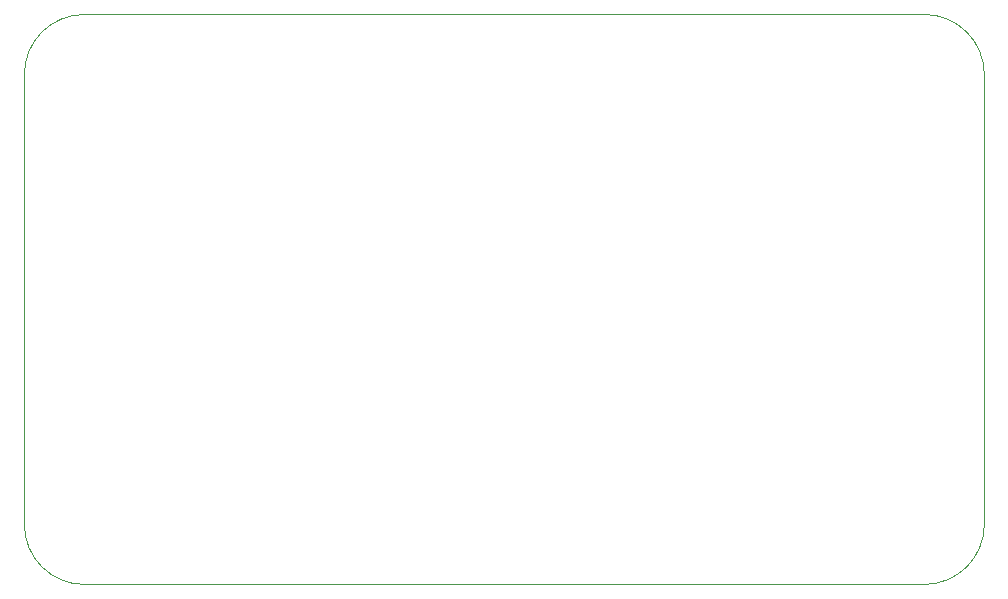
<source format=gbr>
%TF.GenerationSoftware,KiCad,Pcbnew,(5.1.9)-1*%
%TF.CreationDate,2021-03-09T18:28:40-05:00*%
%TF.ProjectId,NJR_New_DemodWithMixer,4e4a525f-4e65-4775-9f44-656d6f645769,rev?*%
%TF.SameCoordinates,Original*%
%TF.FileFunction,Profile,NP*%
%FSLAX46Y46*%
G04 Gerber Fmt 4.6, Leading zero omitted, Abs format (unit mm)*
G04 Created by KiCad (PCBNEW (5.1.9)-1) date 2021-03-09 18:28:40*
%MOMM*%
%LPD*%
G01*
G04 APERTURE LIST*
%TA.AperFunction,Profile*%
%ADD10C,0.050000*%
%TD*%
G04 APERTURE END LIST*
D10*
X83820000Y-106680000D02*
X154940000Y-106680000D01*
X78740000Y-63500000D02*
X78740000Y-101600000D01*
X154940000Y-58420000D02*
X83820000Y-58420000D01*
X160020000Y-101600000D02*
X160020000Y-63500000D01*
X160020000Y-101600000D02*
G75*
G02*
X154940000Y-106680000I-5080000J0D01*
G01*
X83820000Y-106680000D02*
G75*
G02*
X78740000Y-101600000I0J5080000D01*
G01*
X78740000Y-63500000D02*
G75*
G02*
X83820000Y-58420000I5080000J0D01*
G01*
X154940000Y-58420000D02*
G75*
G02*
X160020000Y-63500000I0J-5080000D01*
G01*
M02*

</source>
